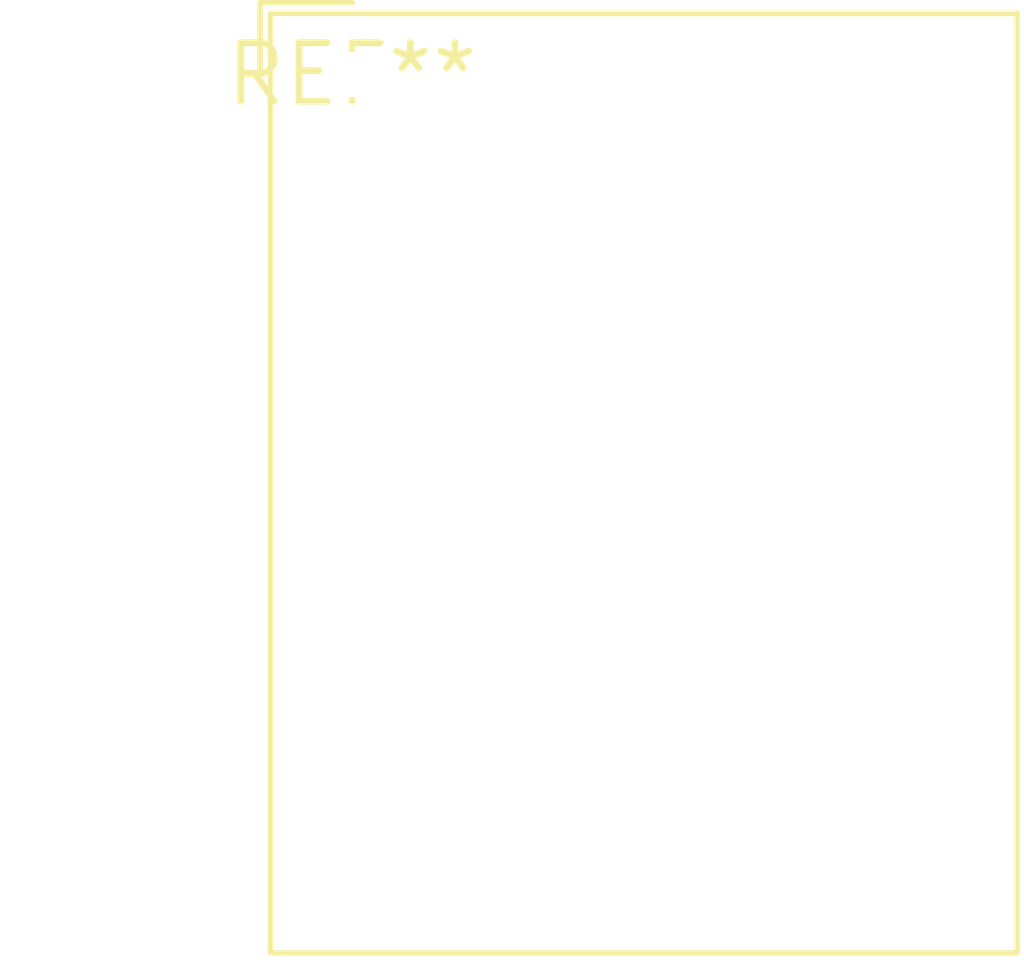
<source format=kicad_pcb>
(kicad_pcb (version 20240108) (generator pcbnew)
  (layers (0 "F.Cu" signal) (31 "B.Cu" signal) (34 "B.Paste" user) (35 "F.Paste" user) (36 "B.SilkS" user "B.Silkscreen") (37 "F.SilkS" user "F.Silkscreen") (38 "B.Mask" user) (39 "F.Mask" user) (44 "Edge.Cuts" user))
  (net 0 "")
  (footprint "DA04-11CGKWA" (layer "F.Cu") (at 0 0)
    (property "Reference" "REF**")
    (property "Value" "DA04-11CGKWA")
    (fp_line (start -2 -1.56) (end -2 0) (layer "F.SilkS") (stroke (width 0.12)))
    (fp_line (start -2 -1.56) (end 0.01 -1.56) (layer "F.SilkS") (stroke (width 0.12)))
    (fp_line (start -1.77 -1.33) (end 14.47 -1.33) (layer "F.SilkS") (stroke (width 0.12)))
    (fp_line (start -1.77 19.11) (end -1.77 -1.33) (layer "F.SilkS") (stroke (width 0.12)))
    (fp_line (start 14.47 -1.33) (end 14.47 19.11) (layer "F.SilkS") (stroke (width 0.12)))
    (fp_line (start 14.47 19.11) (end -1.77 19.11) (layer "F.SilkS") (stroke (width 0.12)))
    (pad "1" thru_hole rect (at 0 0) (size 1.7 1.7) (drill 1) (layers *.Cu *.Mask) (remove_unused_layers))
    (pad "2" thru_hole circle (at 0 2.54) (size 1.7 1.7) (drill 1) (layers *.Cu *.Mask) (remove_unused_layers))
    (pad "3" thru_hole circle (at 0 5.08) (size 1.7 1.7) (drill 1) (layers *.Cu *.Mask) (remove_unused_layers))
    (pad "4" thru_hole circle (at 0 7.62) (size 1.7 1.7) (drill 1) (layers *.Cu *.Mask) (remove_unused_layers))
    (pad "5" thru_hole circle (at 0 10.16) (size 1.7 1.7) (drill 1) (layers *.Cu *.Mask) (remove_unused_layers))
    (pad "6" thru_hole circle (at 0 12.7) (size 1.7 1.7) (drill 1) (layers *.Cu *.Mask) (remove_unused_layers))
    (pad "7" thru_hole circle (at 0 15.24) (size 1.7 1.7) (drill 1) (layers *.Cu *.Mask) (remove_unused_layers))
    (pad "8" thru_hole circle (at 0 17.78) (size 1.7 1.7) (drill 1) (layers *.Cu *.Mask) (remove_unused_layers))
    (pad "9" thru_hole circle (at 12.7 17.78) (size 1.7 1.7) (drill 1) (layers *.Cu *.Mask) (remove_unused_layers))
    (pad "10" thru_hole circle (at 12.7 15.24) (size 1.7 1.7) (drill 1) (layers *.Cu *.Mask) (remove_unused_layers))
    (pad "11" thru_hole circle (at 12.7 12.7) (size 1.7 1.7) (drill 1) (layers *.Cu *.Mask) (remove_unused_layers))
    (pad "12" thru_hole circle (at 12.7 10.16) (size 1.7 1.7) (drill 1) (layers *.Cu *.Mask) (remove_unused_layers))
    (pad "13" thru_hole circle (at 12.7 7.62) (size 1.7 1.7) (drill 1) (layers *.Cu *.Mask) (remove_unused_layers))
    (pad "14" thru_hole circle (at 12.7 5.08) (size 1.7 1.7) (drill 1) (layers *.Cu *.Mask) (remove_unused_layers))
    (pad "15" thru_hole circle (at 12.7 2.54) (size 1.7 1.7) (drill 1) (layers *.Cu *.Mask) (remove_unused_layers))
    (pad "16" thru_hole circle (at 12.7 0) (size 1.7 1.7) (drill 1) (layers *.Cu *.Mask) (remove_unused_layers))
  )
)
</source>
